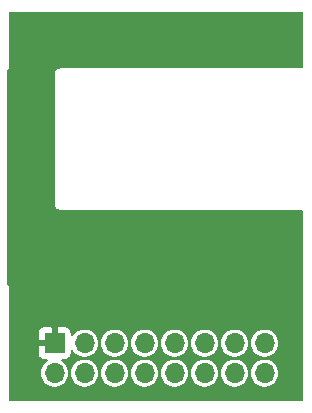
<source format=gbr>
%TF.GenerationSoftware,KiCad,Pcbnew,8.0.0*%
%TF.CreationDate,2024-03-16T16:39:28+00:00*%
%TF.ProjectId,pcb,7063622e-6b69-4636-9164-5f7063625858,rev?*%
%TF.SameCoordinates,Original*%
%TF.FileFunction,Copper,L2,Bot*%
%TF.FilePolarity,Positive*%
%FSLAX46Y46*%
G04 Gerber Fmt 4.6, Leading zero omitted, Abs format (unit mm)*
G04 Created by KiCad (PCBNEW 8.0.0) date 2024-03-16 16:39:28*
%MOMM*%
%LPD*%
G01*
G04 APERTURE LIST*
%TA.AperFunction,ComponentPad*%
%ADD10O,1.700000X1.700000*%
%TD*%
%TA.AperFunction,ComponentPad*%
%ADD11R,1.700000X1.700000*%
%TD*%
%TA.AperFunction,ViaPad*%
%ADD12C,0.700000*%
%TD*%
%TA.AperFunction,Conductor*%
%ADD13C,0.400000*%
%TD*%
%TA.AperFunction,Conductor*%
%ADD14C,0.300000*%
%TD*%
G04 APERTURE END LIST*
D10*
%TO.P,REF\u002A\u002A,1*%
%TO.N,GPIO4*%
X29840000Y-61540000D03*
D11*
%TO.P,REF\u002A\u002A,2*%
%TO.N,GND*%
X29840000Y-59000000D03*
D10*
%TO.P,REF\u002A\u002A,3*%
%TO.N,GPIO5*%
X32380000Y-61540000D03*
%TO.P,REF\u002A\u002A,4*%
%TO.N,N/C*%
X32380000Y-59000000D03*
%TO.P,REF\u002A\u002A,5*%
X34920000Y-61540000D03*
%TO.P,REF\u002A\u002A,6*%
%TO.N,+5V*%
X34920000Y-59000000D03*
%TO.P,REF\u002A\u002A,7*%
%TO.N,LAD3*%
X37460000Y-61540000D03*
%TO.P,REF\u002A\u002A,8*%
%TO.N,LAD2*%
X37460000Y-59000000D03*
%TO.P,REF\u002A\u002A,9*%
%TO.N,N/C*%
X40000000Y-61540000D03*
%TO.P,REF\u002A\u002A,10*%
%TO.N,LAD1*%
X40000000Y-59000000D03*
%TO.P,REF\u002A\u002A,11*%
%TO.N,LAD0*%
X42540000Y-61540000D03*
%TO.P,REF\u002A\u002A,12*%
%TO.N,N/C*%
X42540000Y-59000000D03*
%TO.P,REF\u002A\u002A,13*%
X45080000Y-61540000D03*
%TO.P,REF\u002A\u002A,14*%
X45080000Y-59000000D03*
%TO.P,REF\u002A\u002A,15*%
X47620000Y-61540000D03*
%TO.P,REF\u002A\u002A,16*%
X47620000Y-59000000D03*
%TD*%
D12*
%TO.N,GND*%
X29000000Y-57000000D03*
X29000000Y-53000000D03*
X46700000Y-35200000D03*
%TD*%
D13*
%TO.N,GND*%
X29840000Y-59000000D02*
X29840000Y-57840000D01*
D14*
X46500000Y-35000000D02*
X46700000Y-35200000D01*
X26000000Y-54000000D02*
X26000000Y-36000000D01*
X26000000Y-36000000D02*
X27000000Y-35000000D01*
X29840000Y-57840000D02*
X26000000Y-54000000D01*
X27000000Y-35000000D02*
X46500000Y-35000000D01*
%TD*%
%TA.AperFunction,Conductor*%
%TO.N,GND*%
G36*
X50822539Y-30955183D02*
G01*
X50868294Y-31007987D01*
X50879500Y-31059498D01*
X50879500Y-35595500D01*
X50859815Y-35662539D01*
X50807011Y-35708294D01*
X50755500Y-35719500D01*
X30314108Y-35719500D01*
X30186812Y-35753608D01*
X30072686Y-35819500D01*
X30072683Y-35819502D01*
X29979502Y-35912683D01*
X29979500Y-35912686D01*
X29913608Y-36026812D01*
X29879500Y-36154108D01*
X29879500Y-47285891D01*
X29913608Y-47413187D01*
X29946554Y-47470250D01*
X29979500Y-47527314D01*
X30072686Y-47620500D01*
X30186814Y-47686392D01*
X30314108Y-47720500D01*
X50755500Y-47720500D01*
X50822539Y-47740185D01*
X50868294Y-47792989D01*
X50879500Y-47844500D01*
X50879500Y-63810500D01*
X50859815Y-63877539D01*
X50807011Y-63923294D01*
X50755500Y-63934500D01*
X26124500Y-63934500D01*
X26057461Y-63914815D01*
X26011706Y-63862011D01*
X26000500Y-63810500D01*
X26000500Y-59897844D01*
X28490000Y-59897844D01*
X28496401Y-59957372D01*
X28496403Y-59957379D01*
X28546645Y-60092086D01*
X28546649Y-60092093D01*
X28632809Y-60207187D01*
X28632812Y-60207190D01*
X28747906Y-60293350D01*
X28747913Y-60293354D01*
X28882620Y-60343596D01*
X28882627Y-60343598D01*
X28942155Y-60349999D01*
X28942172Y-60350000D01*
X29140634Y-60350000D01*
X29207673Y-60369685D01*
X29253428Y-60422489D01*
X29263372Y-60491647D01*
X29234347Y-60555203D01*
X29205911Y-60579427D01*
X29143701Y-60617945D01*
X28986127Y-60761593D01*
X28857632Y-60931746D01*
X28762596Y-61122605D01*
X28762596Y-61122607D01*
X28704244Y-61327689D01*
X28684571Y-61539999D01*
X28684571Y-61540000D01*
X28704244Y-61752310D01*
X28762596Y-61957392D01*
X28762596Y-61957394D01*
X28857632Y-62148253D01*
X28857634Y-62148255D01*
X28986128Y-62318407D01*
X29143698Y-62462052D01*
X29324981Y-62574298D01*
X29523802Y-62651321D01*
X29733390Y-62690500D01*
X29733392Y-62690500D01*
X29946608Y-62690500D01*
X29946610Y-62690500D01*
X30156198Y-62651321D01*
X30355019Y-62574298D01*
X30536302Y-62462052D01*
X30693872Y-62318407D01*
X30822366Y-62148255D01*
X30917405Y-61957389D01*
X30975756Y-61752310D01*
X30986529Y-61636047D01*
X31012315Y-61571111D01*
X31056869Y-61539194D01*
X31020497Y-61518331D01*
X30988307Y-61456318D01*
X30986529Y-61443951D01*
X30985849Y-61436613D01*
X30975756Y-61327690D01*
X30917405Y-61122611D01*
X30917403Y-61122606D01*
X30917403Y-61122605D01*
X30822367Y-60931746D01*
X30693872Y-60761593D01*
X30536302Y-60617948D01*
X30536299Y-60617946D01*
X30536298Y-60617945D01*
X30474089Y-60579427D01*
X30427453Y-60527399D01*
X30416349Y-60458418D01*
X30444302Y-60394383D01*
X30502437Y-60355627D01*
X30539366Y-60350000D01*
X30737828Y-60350000D01*
X30737844Y-60349999D01*
X30797372Y-60343598D01*
X30797379Y-60343596D01*
X30932086Y-60293354D01*
X30932093Y-60293350D01*
X31047187Y-60207190D01*
X31047190Y-60207187D01*
X31133350Y-60092093D01*
X31133354Y-60092086D01*
X31183596Y-59957379D01*
X31183598Y-59957372D01*
X31189999Y-59897844D01*
X31190000Y-59897827D01*
X31190000Y-59703268D01*
X31209685Y-59636229D01*
X31262489Y-59590474D01*
X31331647Y-59580530D01*
X31395203Y-59609555D01*
X31412950Y-59628537D01*
X31526128Y-59778407D01*
X31683698Y-59922052D01*
X31864981Y-60034298D01*
X32063802Y-60111321D01*
X32260613Y-60148111D01*
X32322893Y-60179779D01*
X32358166Y-60240092D01*
X32355232Y-60309900D01*
X32315023Y-60367040D01*
X32260613Y-60391888D01*
X32063802Y-60428679D01*
X32063799Y-60428679D01*
X32063799Y-60428680D01*
X31864982Y-60505701D01*
X31864980Y-60505702D01*
X31683699Y-60617947D01*
X31526127Y-60761593D01*
X31397632Y-60931746D01*
X31302596Y-61122605D01*
X31302596Y-61122607D01*
X31244244Y-61327689D01*
X31233471Y-61443951D01*
X31207685Y-61508888D01*
X31163130Y-61540804D01*
X31199503Y-61561668D01*
X31231693Y-61623681D01*
X31233471Y-61636048D01*
X31244244Y-61752310D01*
X31302596Y-61957392D01*
X31302596Y-61957394D01*
X31397632Y-62148253D01*
X31397634Y-62148255D01*
X31526128Y-62318407D01*
X31683698Y-62462052D01*
X31864981Y-62574298D01*
X32063802Y-62651321D01*
X32273390Y-62690500D01*
X32273392Y-62690500D01*
X32486608Y-62690500D01*
X32486610Y-62690500D01*
X32696198Y-62651321D01*
X32895019Y-62574298D01*
X33076302Y-62462052D01*
X33233872Y-62318407D01*
X33362366Y-62148255D01*
X33457405Y-61957389D01*
X33515756Y-61752310D01*
X33526529Y-61636047D01*
X33552315Y-61571111D01*
X33594622Y-61540804D01*
X33703130Y-61540804D01*
X33739503Y-61561668D01*
X33771693Y-61623681D01*
X33773471Y-61636048D01*
X33784244Y-61752310D01*
X33842596Y-61957392D01*
X33842596Y-61957394D01*
X33937632Y-62148253D01*
X33937634Y-62148255D01*
X34066128Y-62318407D01*
X34223698Y-62462052D01*
X34404981Y-62574298D01*
X34603802Y-62651321D01*
X34813390Y-62690500D01*
X34813392Y-62690500D01*
X35026608Y-62690500D01*
X35026610Y-62690500D01*
X35236198Y-62651321D01*
X35435019Y-62574298D01*
X35616302Y-62462052D01*
X35773872Y-62318407D01*
X35902366Y-62148255D01*
X35997405Y-61957389D01*
X36055756Y-61752310D01*
X36066529Y-61636047D01*
X36092315Y-61571111D01*
X36134622Y-61540804D01*
X36243130Y-61540804D01*
X36279503Y-61561668D01*
X36311693Y-61623681D01*
X36313471Y-61636048D01*
X36324244Y-61752310D01*
X36382596Y-61957392D01*
X36382596Y-61957394D01*
X36477632Y-62148253D01*
X36477634Y-62148255D01*
X36606128Y-62318407D01*
X36763698Y-62462052D01*
X36944981Y-62574298D01*
X37143802Y-62651321D01*
X37353390Y-62690500D01*
X37353392Y-62690500D01*
X37566608Y-62690500D01*
X37566610Y-62690500D01*
X37776198Y-62651321D01*
X37975019Y-62574298D01*
X38156302Y-62462052D01*
X38313872Y-62318407D01*
X38442366Y-62148255D01*
X38537405Y-61957389D01*
X38595756Y-61752310D01*
X38606529Y-61636047D01*
X38632315Y-61571111D01*
X38674622Y-61540804D01*
X38783130Y-61540804D01*
X38819503Y-61561668D01*
X38851693Y-61623681D01*
X38853471Y-61636048D01*
X38864244Y-61752310D01*
X38922596Y-61957392D01*
X38922596Y-61957394D01*
X39017632Y-62148253D01*
X39017634Y-62148255D01*
X39146128Y-62318407D01*
X39303698Y-62462052D01*
X39484981Y-62574298D01*
X39683802Y-62651321D01*
X39893390Y-62690500D01*
X39893392Y-62690500D01*
X40106608Y-62690500D01*
X40106610Y-62690500D01*
X40316198Y-62651321D01*
X40515019Y-62574298D01*
X40696302Y-62462052D01*
X40853872Y-62318407D01*
X40982366Y-62148255D01*
X41077405Y-61957389D01*
X41135756Y-61752310D01*
X41146529Y-61636047D01*
X41172315Y-61571111D01*
X41214622Y-61540804D01*
X41323130Y-61540804D01*
X41359503Y-61561668D01*
X41391693Y-61623681D01*
X41393471Y-61636048D01*
X41404244Y-61752310D01*
X41462596Y-61957392D01*
X41462596Y-61957394D01*
X41557632Y-62148253D01*
X41557634Y-62148255D01*
X41686128Y-62318407D01*
X41843698Y-62462052D01*
X42024981Y-62574298D01*
X42223802Y-62651321D01*
X42433390Y-62690500D01*
X42433392Y-62690500D01*
X42646608Y-62690500D01*
X42646610Y-62690500D01*
X42856198Y-62651321D01*
X43055019Y-62574298D01*
X43236302Y-62462052D01*
X43393872Y-62318407D01*
X43522366Y-62148255D01*
X43617405Y-61957389D01*
X43675756Y-61752310D01*
X43686529Y-61636047D01*
X43712315Y-61571111D01*
X43754622Y-61540804D01*
X43863130Y-61540804D01*
X43899503Y-61561668D01*
X43931693Y-61623681D01*
X43933471Y-61636048D01*
X43944244Y-61752310D01*
X44002596Y-61957392D01*
X44002596Y-61957394D01*
X44097632Y-62148253D01*
X44097634Y-62148255D01*
X44226128Y-62318407D01*
X44383698Y-62462052D01*
X44564981Y-62574298D01*
X44763802Y-62651321D01*
X44973390Y-62690500D01*
X44973392Y-62690500D01*
X45186608Y-62690500D01*
X45186610Y-62690500D01*
X45396198Y-62651321D01*
X45595019Y-62574298D01*
X45776302Y-62462052D01*
X45933872Y-62318407D01*
X46062366Y-62148255D01*
X46157405Y-61957389D01*
X46215756Y-61752310D01*
X46226529Y-61636047D01*
X46252315Y-61571111D01*
X46294622Y-61540804D01*
X46403130Y-61540804D01*
X46439503Y-61561668D01*
X46471693Y-61623681D01*
X46473471Y-61636048D01*
X46484244Y-61752310D01*
X46542596Y-61957392D01*
X46542596Y-61957394D01*
X46637632Y-62148253D01*
X46637634Y-62148255D01*
X46766128Y-62318407D01*
X46923698Y-62462052D01*
X47104981Y-62574298D01*
X47303802Y-62651321D01*
X47513390Y-62690500D01*
X47513392Y-62690500D01*
X47726608Y-62690500D01*
X47726610Y-62690500D01*
X47936198Y-62651321D01*
X48135019Y-62574298D01*
X48316302Y-62462052D01*
X48473872Y-62318407D01*
X48602366Y-62148255D01*
X48697405Y-61957389D01*
X48755756Y-61752310D01*
X48775429Y-61540000D01*
X48755756Y-61327690D01*
X48697405Y-61122611D01*
X48697403Y-61122606D01*
X48697403Y-61122605D01*
X48602367Y-60931746D01*
X48473872Y-60761593D01*
X48316302Y-60617948D01*
X48135019Y-60505702D01*
X48135017Y-60505701D01*
X48012964Y-60458418D01*
X47936198Y-60428679D01*
X47739385Y-60391888D01*
X47677106Y-60360221D01*
X47641833Y-60299908D01*
X47644767Y-60230100D01*
X47684976Y-60172960D01*
X47739384Y-60148111D01*
X47936198Y-60111321D01*
X48135019Y-60034298D01*
X48316302Y-59922052D01*
X48473872Y-59778407D01*
X48602366Y-59608255D01*
X48656270Y-59500000D01*
X48697403Y-59417394D01*
X48697403Y-59417393D01*
X48697405Y-59417389D01*
X48755756Y-59212310D01*
X48775429Y-59000000D01*
X48755756Y-58787690D01*
X48697405Y-58582611D01*
X48697403Y-58582606D01*
X48697403Y-58582605D01*
X48602367Y-58391746D01*
X48473872Y-58221593D01*
X48342874Y-58102172D01*
X48316302Y-58077948D01*
X48135019Y-57965702D01*
X48135017Y-57965701D01*
X47985829Y-57907906D01*
X47936198Y-57888679D01*
X47726610Y-57849500D01*
X47513390Y-57849500D01*
X47303802Y-57888679D01*
X47303799Y-57888679D01*
X47303799Y-57888680D01*
X47104982Y-57965701D01*
X47104980Y-57965702D01*
X46923699Y-58077947D01*
X46766127Y-58221593D01*
X46637632Y-58391746D01*
X46542596Y-58582605D01*
X46542596Y-58582607D01*
X46484244Y-58787689D01*
X46473471Y-58903951D01*
X46447685Y-58968888D01*
X46403130Y-59000804D01*
X46439503Y-59021668D01*
X46471693Y-59083681D01*
X46473470Y-59096047D01*
X46484244Y-59212310D01*
X46537675Y-59400099D01*
X46542596Y-59417392D01*
X46542596Y-59417394D01*
X46637632Y-59608253D01*
X46652953Y-59628541D01*
X46766128Y-59778407D01*
X46923698Y-59922052D01*
X47104981Y-60034298D01*
X47303802Y-60111321D01*
X47500613Y-60148111D01*
X47562893Y-60179779D01*
X47598166Y-60240092D01*
X47595232Y-60309900D01*
X47555023Y-60367040D01*
X47500613Y-60391888D01*
X47303802Y-60428679D01*
X47303799Y-60428679D01*
X47303799Y-60428680D01*
X47104982Y-60505701D01*
X47104980Y-60505702D01*
X46923699Y-60617947D01*
X46766127Y-60761593D01*
X46637632Y-60931746D01*
X46542596Y-61122605D01*
X46542596Y-61122607D01*
X46484244Y-61327689D01*
X46473471Y-61443951D01*
X46447685Y-61508888D01*
X46403130Y-61540804D01*
X46294622Y-61540804D01*
X46296869Y-61539194D01*
X46260497Y-61518331D01*
X46228307Y-61456318D01*
X46226529Y-61443951D01*
X46225849Y-61436613D01*
X46215756Y-61327690D01*
X46157405Y-61122611D01*
X46157403Y-61122606D01*
X46157403Y-61122605D01*
X46062367Y-60931746D01*
X45933872Y-60761593D01*
X45776302Y-60617948D01*
X45595019Y-60505702D01*
X45595017Y-60505701D01*
X45472964Y-60458418D01*
X45396198Y-60428679D01*
X45199385Y-60391888D01*
X45137106Y-60360221D01*
X45101833Y-60299908D01*
X45104767Y-60230100D01*
X45144976Y-60172960D01*
X45199384Y-60148111D01*
X45396198Y-60111321D01*
X45595019Y-60034298D01*
X45776302Y-59922052D01*
X45933872Y-59778407D01*
X46062366Y-59608255D01*
X46116270Y-59500000D01*
X46157403Y-59417394D01*
X46157403Y-59417393D01*
X46157405Y-59417389D01*
X46215756Y-59212310D01*
X46226529Y-59096047D01*
X46252315Y-59031111D01*
X46296869Y-58999194D01*
X46260497Y-58978331D01*
X46228307Y-58916318D01*
X46226529Y-58903951D01*
X46225849Y-58896613D01*
X46215756Y-58787690D01*
X46157405Y-58582611D01*
X46157403Y-58582606D01*
X46157403Y-58582605D01*
X46062367Y-58391746D01*
X45933872Y-58221593D01*
X45802874Y-58102172D01*
X45776302Y-58077948D01*
X45595019Y-57965702D01*
X45595017Y-57965701D01*
X45445829Y-57907906D01*
X45396198Y-57888679D01*
X45186610Y-57849500D01*
X44973390Y-57849500D01*
X44763802Y-57888679D01*
X44763799Y-57888679D01*
X44763799Y-57888680D01*
X44564982Y-57965701D01*
X44564980Y-57965702D01*
X44383699Y-58077947D01*
X44226127Y-58221593D01*
X44097632Y-58391746D01*
X44002596Y-58582605D01*
X44002596Y-58582607D01*
X43944244Y-58787689D01*
X43933471Y-58903951D01*
X43907685Y-58968888D01*
X43863130Y-59000804D01*
X43899503Y-59021668D01*
X43931693Y-59083681D01*
X43933470Y-59096047D01*
X43944244Y-59212310D01*
X43997675Y-59400099D01*
X44002596Y-59417392D01*
X44002596Y-59417394D01*
X44097632Y-59608253D01*
X44112953Y-59628541D01*
X44226128Y-59778407D01*
X44383698Y-59922052D01*
X44564981Y-60034298D01*
X44763802Y-60111321D01*
X44960613Y-60148111D01*
X45022893Y-60179779D01*
X45058166Y-60240092D01*
X45055232Y-60309900D01*
X45015023Y-60367040D01*
X44960613Y-60391888D01*
X44763802Y-60428679D01*
X44763799Y-60428679D01*
X44763799Y-60428680D01*
X44564982Y-60505701D01*
X44564980Y-60505702D01*
X44383699Y-60617947D01*
X44226127Y-60761593D01*
X44097632Y-60931746D01*
X44002596Y-61122605D01*
X44002596Y-61122607D01*
X43944244Y-61327689D01*
X43933471Y-61443951D01*
X43907685Y-61508888D01*
X43863130Y-61540804D01*
X43754622Y-61540804D01*
X43756869Y-61539194D01*
X43720497Y-61518331D01*
X43688307Y-61456318D01*
X43686529Y-61443951D01*
X43685849Y-61436613D01*
X43675756Y-61327690D01*
X43617405Y-61122611D01*
X43617403Y-61122606D01*
X43617403Y-61122605D01*
X43522367Y-60931746D01*
X43393872Y-60761593D01*
X43236302Y-60617948D01*
X43055019Y-60505702D01*
X43055017Y-60505701D01*
X42932964Y-60458418D01*
X42856198Y-60428679D01*
X42659385Y-60391888D01*
X42597106Y-60360221D01*
X42561833Y-60299908D01*
X42564767Y-60230100D01*
X42604976Y-60172960D01*
X42659384Y-60148111D01*
X42856198Y-60111321D01*
X43055019Y-60034298D01*
X43236302Y-59922052D01*
X43393872Y-59778407D01*
X43522366Y-59608255D01*
X43576270Y-59500000D01*
X43617403Y-59417394D01*
X43617403Y-59417393D01*
X43617405Y-59417389D01*
X43675756Y-59212310D01*
X43686529Y-59096047D01*
X43712315Y-59031111D01*
X43756869Y-58999194D01*
X43720497Y-58978331D01*
X43688307Y-58916318D01*
X43686529Y-58903951D01*
X43685849Y-58896613D01*
X43675756Y-58787690D01*
X43617405Y-58582611D01*
X43617403Y-58582606D01*
X43617403Y-58582605D01*
X43522367Y-58391746D01*
X43393872Y-58221593D01*
X43262874Y-58102172D01*
X43236302Y-58077948D01*
X43055019Y-57965702D01*
X43055017Y-57965701D01*
X42905829Y-57907906D01*
X42856198Y-57888679D01*
X42646610Y-57849500D01*
X42433390Y-57849500D01*
X42223802Y-57888679D01*
X42223799Y-57888679D01*
X42223799Y-57888680D01*
X42024982Y-57965701D01*
X42024980Y-57965702D01*
X41843699Y-58077947D01*
X41686127Y-58221593D01*
X41557632Y-58391746D01*
X41462596Y-58582605D01*
X41462596Y-58582607D01*
X41404244Y-58787689D01*
X41393471Y-58903951D01*
X41367685Y-58968888D01*
X41323130Y-59000804D01*
X41359503Y-59021668D01*
X41391693Y-59083681D01*
X41393470Y-59096047D01*
X41404244Y-59212310D01*
X41457675Y-59400099D01*
X41462596Y-59417392D01*
X41462596Y-59417394D01*
X41557632Y-59608253D01*
X41572953Y-59628541D01*
X41686128Y-59778407D01*
X41843698Y-59922052D01*
X42024981Y-60034298D01*
X42223802Y-60111321D01*
X42420613Y-60148111D01*
X42482893Y-60179779D01*
X42518166Y-60240092D01*
X42515232Y-60309900D01*
X42475023Y-60367040D01*
X42420613Y-60391888D01*
X42223802Y-60428679D01*
X42223799Y-60428679D01*
X42223799Y-60428680D01*
X42024982Y-60505701D01*
X42024980Y-60505702D01*
X41843699Y-60617947D01*
X41686127Y-60761593D01*
X41557632Y-60931746D01*
X41462596Y-61122605D01*
X41462596Y-61122607D01*
X41404244Y-61327689D01*
X41393471Y-61443951D01*
X41367685Y-61508888D01*
X41323130Y-61540804D01*
X41214622Y-61540804D01*
X41216869Y-61539194D01*
X41180497Y-61518331D01*
X41148307Y-61456318D01*
X41146529Y-61443951D01*
X41145849Y-61436613D01*
X41135756Y-61327690D01*
X41077405Y-61122611D01*
X41077403Y-61122606D01*
X41077403Y-61122605D01*
X40982367Y-60931746D01*
X40853872Y-60761593D01*
X40696302Y-60617948D01*
X40515019Y-60505702D01*
X40515017Y-60505701D01*
X40392964Y-60458418D01*
X40316198Y-60428679D01*
X40119385Y-60391888D01*
X40057106Y-60360221D01*
X40021833Y-60299908D01*
X40024767Y-60230100D01*
X40064976Y-60172960D01*
X40119384Y-60148111D01*
X40316198Y-60111321D01*
X40515019Y-60034298D01*
X40696302Y-59922052D01*
X40853872Y-59778407D01*
X40982366Y-59608255D01*
X41036270Y-59500000D01*
X41077403Y-59417394D01*
X41077403Y-59417393D01*
X41077405Y-59417389D01*
X41135756Y-59212310D01*
X41146529Y-59096047D01*
X41172315Y-59031111D01*
X41216869Y-58999194D01*
X41180497Y-58978331D01*
X41148307Y-58916318D01*
X41146529Y-58903951D01*
X41145849Y-58896613D01*
X41135756Y-58787690D01*
X41077405Y-58582611D01*
X41077403Y-58582606D01*
X41077403Y-58582605D01*
X40982367Y-58391746D01*
X40853872Y-58221593D01*
X40722874Y-58102172D01*
X40696302Y-58077948D01*
X40515019Y-57965702D01*
X40515017Y-57965701D01*
X40365829Y-57907906D01*
X40316198Y-57888679D01*
X40106610Y-57849500D01*
X39893390Y-57849500D01*
X39683802Y-57888679D01*
X39683799Y-57888679D01*
X39683799Y-57888680D01*
X39484982Y-57965701D01*
X39484980Y-57965702D01*
X39303699Y-58077947D01*
X39146127Y-58221593D01*
X39017632Y-58391746D01*
X38922596Y-58582605D01*
X38922596Y-58582607D01*
X38864244Y-58787689D01*
X38853471Y-58903951D01*
X38827685Y-58968888D01*
X38783130Y-59000804D01*
X38819503Y-59021668D01*
X38851693Y-59083681D01*
X38853470Y-59096047D01*
X38864244Y-59212310D01*
X38917675Y-59400099D01*
X38922596Y-59417392D01*
X38922596Y-59417394D01*
X39017632Y-59608253D01*
X39032953Y-59628541D01*
X39146128Y-59778407D01*
X39303698Y-59922052D01*
X39484981Y-60034298D01*
X39683802Y-60111321D01*
X39880613Y-60148111D01*
X39942893Y-60179779D01*
X39978166Y-60240092D01*
X39975232Y-60309900D01*
X39935023Y-60367040D01*
X39880613Y-60391888D01*
X39683802Y-60428679D01*
X39683799Y-60428679D01*
X39683799Y-60428680D01*
X39484982Y-60505701D01*
X39484980Y-60505702D01*
X39303699Y-60617947D01*
X39146127Y-60761593D01*
X39017632Y-60931746D01*
X38922596Y-61122605D01*
X38922596Y-61122607D01*
X38864244Y-61327689D01*
X38853471Y-61443951D01*
X38827685Y-61508888D01*
X38783130Y-61540804D01*
X38674622Y-61540804D01*
X38676869Y-61539194D01*
X38640497Y-61518331D01*
X38608307Y-61456318D01*
X38606529Y-61443951D01*
X38605849Y-61436613D01*
X38595756Y-61327690D01*
X38537405Y-61122611D01*
X38537403Y-61122606D01*
X38537403Y-61122605D01*
X38442367Y-60931746D01*
X38313872Y-60761593D01*
X38156302Y-60617948D01*
X37975019Y-60505702D01*
X37975017Y-60505701D01*
X37852964Y-60458418D01*
X37776198Y-60428679D01*
X37579385Y-60391888D01*
X37517106Y-60360221D01*
X37481833Y-60299908D01*
X37484767Y-60230100D01*
X37524976Y-60172960D01*
X37579384Y-60148111D01*
X37776198Y-60111321D01*
X37975019Y-60034298D01*
X38156302Y-59922052D01*
X38313872Y-59778407D01*
X38442366Y-59608255D01*
X38496270Y-59500000D01*
X38537403Y-59417394D01*
X38537403Y-59417393D01*
X38537405Y-59417389D01*
X38595756Y-59212310D01*
X38606529Y-59096047D01*
X38632315Y-59031111D01*
X38676869Y-58999194D01*
X38640497Y-58978331D01*
X38608307Y-58916318D01*
X38606529Y-58903951D01*
X38605849Y-58896613D01*
X38595756Y-58787690D01*
X38537405Y-58582611D01*
X38537403Y-58582606D01*
X38537403Y-58582605D01*
X38442367Y-58391746D01*
X38313872Y-58221593D01*
X38182874Y-58102172D01*
X38156302Y-58077948D01*
X37975019Y-57965702D01*
X37975017Y-57965701D01*
X37825829Y-57907906D01*
X37776198Y-57888679D01*
X37566610Y-57849500D01*
X37353390Y-57849500D01*
X37143802Y-57888679D01*
X37143799Y-57888679D01*
X37143799Y-57888680D01*
X36944982Y-57965701D01*
X36944980Y-57965702D01*
X36763699Y-58077947D01*
X36606127Y-58221593D01*
X36477632Y-58391746D01*
X36382596Y-58582605D01*
X36382596Y-58582607D01*
X36324244Y-58787689D01*
X36313471Y-58903951D01*
X36287685Y-58968888D01*
X36243130Y-59000804D01*
X36279503Y-59021668D01*
X36311693Y-59083681D01*
X36313470Y-59096047D01*
X36324244Y-59212310D01*
X36377675Y-59400099D01*
X36382596Y-59417392D01*
X36382596Y-59417394D01*
X36477632Y-59608253D01*
X36492953Y-59628541D01*
X36606128Y-59778407D01*
X36763698Y-59922052D01*
X36944981Y-60034298D01*
X37143802Y-60111321D01*
X37340613Y-60148111D01*
X37402893Y-60179779D01*
X37438166Y-60240092D01*
X37435232Y-60309900D01*
X37395023Y-60367040D01*
X37340613Y-60391888D01*
X37143802Y-60428679D01*
X37143799Y-60428679D01*
X37143799Y-60428680D01*
X36944982Y-60505701D01*
X36944980Y-60505702D01*
X36763699Y-60617947D01*
X36606127Y-60761593D01*
X36477632Y-60931746D01*
X36382596Y-61122605D01*
X36382596Y-61122607D01*
X36324244Y-61327689D01*
X36313471Y-61443951D01*
X36287685Y-61508888D01*
X36243130Y-61540804D01*
X36134622Y-61540804D01*
X36136869Y-61539194D01*
X36100497Y-61518331D01*
X36068307Y-61456318D01*
X36066529Y-61443951D01*
X36065849Y-61436613D01*
X36055756Y-61327690D01*
X35997405Y-61122611D01*
X35997403Y-61122606D01*
X35997403Y-61122605D01*
X35902367Y-60931746D01*
X35773872Y-60761593D01*
X35616302Y-60617948D01*
X35435019Y-60505702D01*
X35435017Y-60505701D01*
X35312964Y-60458418D01*
X35236198Y-60428679D01*
X35039385Y-60391888D01*
X34977106Y-60360221D01*
X34941833Y-60299908D01*
X34944767Y-60230100D01*
X34984976Y-60172960D01*
X35039384Y-60148111D01*
X35236198Y-60111321D01*
X35435019Y-60034298D01*
X35616302Y-59922052D01*
X35773872Y-59778407D01*
X35902366Y-59608255D01*
X35956270Y-59500000D01*
X35997403Y-59417394D01*
X35997403Y-59417393D01*
X35997405Y-59417389D01*
X36055756Y-59212310D01*
X36066529Y-59096047D01*
X36092315Y-59031111D01*
X36136869Y-58999194D01*
X36100497Y-58978331D01*
X36068307Y-58916318D01*
X36066529Y-58903951D01*
X36065849Y-58896613D01*
X36055756Y-58787690D01*
X35997405Y-58582611D01*
X35997403Y-58582606D01*
X35997403Y-58582605D01*
X35902367Y-58391746D01*
X35773872Y-58221593D01*
X35642874Y-58102172D01*
X35616302Y-58077948D01*
X35435019Y-57965702D01*
X35435017Y-57965701D01*
X35285829Y-57907906D01*
X35236198Y-57888679D01*
X35026610Y-57849500D01*
X34813390Y-57849500D01*
X34603802Y-57888679D01*
X34603799Y-57888679D01*
X34603799Y-57888680D01*
X34404982Y-57965701D01*
X34404980Y-57965702D01*
X34223699Y-58077947D01*
X34066127Y-58221593D01*
X33937632Y-58391746D01*
X33842596Y-58582605D01*
X33842596Y-58582607D01*
X33784244Y-58787689D01*
X33773471Y-58903951D01*
X33747685Y-58968888D01*
X33703130Y-59000804D01*
X33739503Y-59021668D01*
X33771693Y-59083681D01*
X33773470Y-59096047D01*
X33784244Y-59212310D01*
X33837675Y-59400099D01*
X33842596Y-59417392D01*
X33842596Y-59417394D01*
X33937632Y-59608253D01*
X33952953Y-59628541D01*
X34066128Y-59778407D01*
X34223698Y-59922052D01*
X34404981Y-60034298D01*
X34603802Y-60111321D01*
X34800613Y-60148111D01*
X34862893Y-60179779D01*
X34898166Y-60240092D01*
X34895232Y-60309900D01*
X34855023Y-60367040D01*
X34800613Y-60391888D01*
X34603802Y-60428679D01*
X34603799Y-60428679D01*
X34603799Y-60428680D01*
X34404982Y-60505701D01*
X34404980Y-60505702D01*
X34223699Y-60617947D01*
X34066127Y-60761593D01*
X33937632Y-60931746D01*
X33842596Y-61122605D01*
X33842596Y-61122607D01*
X33784244Y-61327689D01*
X33773471Y-61443951D01*
X33747685Y-61508888D01*
X33703130Y-61540804D01*
X33594622Y-61540804D01*
X33596869Y-61539194D01*
X33560497Y-61518331D01*
X33528307Y-61456318D01*
X33526529Y-61443951D01*
X33525849Y-61436613D01*
X33515756Y-61327690D01*
X33457405Y-61122611D01*
X33457403Y-61122606D01*
X33457403Y-61122605D01*
X33362367Y-60931746D01*
X33233872Y-60761593D01*
X33076302Y-60617948D01*
X32895019Y-60505702D01*
X32895017Y-60505701D01*
X32772964Y-60458418D01*
X32696198Y-60428679D01*
X32499385Y-60391888D01*
X32437106Y-60360221D01*
X32401833Y-60299908D01*
X32404767Y-60230100D01*
X32444976Y-60172960D01*
X32499384Y-60148111D01*
X32696198Y-60111321D01*
X32895019Y-60034298D01*
X33076302Y-59922052D01*
X33233872Y-59778407D01*
X33362366Y-59608255D01*
X33416270Y-59500000D01*
X33457403Y-59417394D01*
X33457403Y-59417393D01*
X33457405Y-59417389D01*
X33515756Y-59212310D01*
X33526529Y-59096047D01*
X33552315Y-59031111D01*
X33596869Y-58999194D01*
X33560497Y-58978331D01*
X33528307Y-58916318D01*
X33526529Y-58903951D01*
X33525849Y-58896613D01*
X33515756Y-58787690D01*
X33457405Y-58582611D01*
X33457403Y-58582606D01*
X33457403Y-58582605D01*
X33362367Y-58391746D01*
X33233872Y-58221593D01*
X33102874Y-58102172D01*
X33076302Y-58077948D01*
X32895019Y-57965702D01*
X32895017Y-57965701D01*
X32745829Y-57907906D01*
X32696198Y-57888679D01*
X32486610Y-57849500D01*
X32273390Y-57849500D01*
X32063802Y-57888679D01*
X32063799Y-57888679D01*
X32063799Y-57888680D01*
X31864982Y-57965701D01*
X31864980Y-57965702D01*
X31683699Y-58077947D01*
X31526127Y-58221593D01*
X31412954Y-58371458D01*
X31356845Y-58413094D01*
X31287133Y-58417785D01*
X31225951Y-58384043D01*
X31192724Y-58322579D01*
X31190000Y-58296731D01*
X31190000Y-58102172D01*
X31189999Y-58102155D01*
X31183598Y-58042627D01*
X31183596Y-58042620D01*
X31133354Y-57907913D01*
X31133350Y-57907906D01*
X31047190Y-57792812D01*
X31047187Y-57792809D01*
X30932093Y-57706649D01*
X30932086Y-57706645D01*
X30797379Y-57656403D01*
X30797372Y-57656401D01*
X30737844Y-57650000D01*
X30090000Y-57650000D01*
X30090000Y-58566988D01*
X30032993Y-58534075D01*
X29905826Y-58500000D01*
X29774174Y-58500000D01*
X29647007Y-58534075D01*
X29590000Y-58566988D01*
X29590000Y-57650000D01*
X28942155Y-57650000D01*
X28882627Y-57656401D01*
X28882620Y-57656403D01*
X28747913Y-57706645D01*
X28747906Y-57706649D01*
X28632812Y-57792809D01*
X28632809Y-57792812D01*
X28546649Y-57907906D01*
X28546645Y-57907913D01*
X28496403Y-58042620D01*
X28496401Y-58042627D01*
X28490000Y-58102155D01*
X28490000Y-58750000D01*
X29406988Y-58750000D01*
X29374075Y-58807007D01*
X29340000Y-58934174D01*
X29340000Y-59065826D01*
X29374075Y-59192993D01*
X29406988Y-59250000D01*
X28490000Y-59250000D01*
X28490000Y-59897844D01*
X26000500Y-59897844D01*
X26000500Y-31059498D01*
X26020185Y-30992459D01*
X26072989Y-30946704D01*
X26124500Y-30935498D01*
X50755500Y-30935498D01*
X50822539Y-30955183D01*
G37*
%TD.AperFunction*%
%TD*%
M02*

</source>
